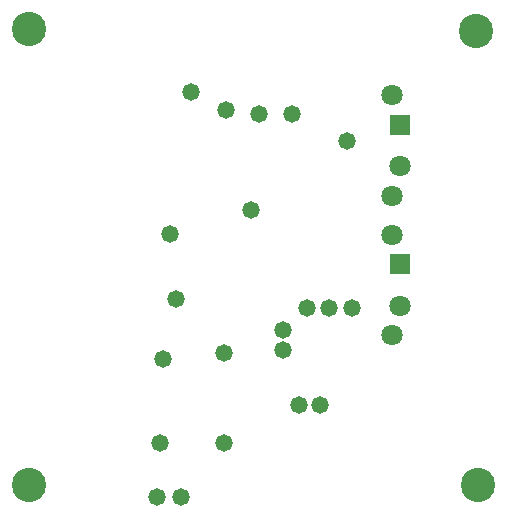
<source format=gbs>
G04*
G04 #@! TF.GenerationSoftware,Altium Limited,Altium Designer,20.0.9 (164)*
G04*
G04 Layer_Color=16711935*
%FSLAX25Y25*%
%MOIN*%
G70*
G01*
G75*
%ADD49C,0.11430*%
%ADD50C,0.07099*%
%ADD51R,0.07099X0.07099*%
%ADD52C,0.05800*%
D49*
X12500Y13833D02*
D03*
X162000D02*
D03*
X161500Y165333D02*
D03*
X12500Y165833D02*
D03*
D50*
X133520Y110378D02*
D03*
Y143842D02*
D03*
X136000Y120220D02*
D03*
X133520Y63878D02*
D03*
Y97342D02*
D03*
X136000Y73721D02*
D03*
D51*
Y134000D02*
D03*
Y87500D02*
D03*
D52*
X61500Y76000D02*
D03*
X56000Y28000D02*
D03*
X77500Y58000D02*
D03*
Y28000D02*
D03*
X59500Y97500D02*
D03*
X109500Y40500D02*
D03*
X102500D02*
D03*
X97000Y59000D02*
D03*
Y65500D02*
D03*
X57000Y56000D02*
D03*
X63000Y10000D02*
D03*
X55000D02*
D03*
X120000Y73000D02*
D03*
X112500D02*
D03*
X105000D02*
D03*
X86500Y105500D02*
D03*
X118500Y128500D02*
D03*
X100000Y137500D02*
D03*
X89000D02*
D03*
X78000Y139000D02*
D03*
X66500Y145000D02*
D03*
M02*

</source>
